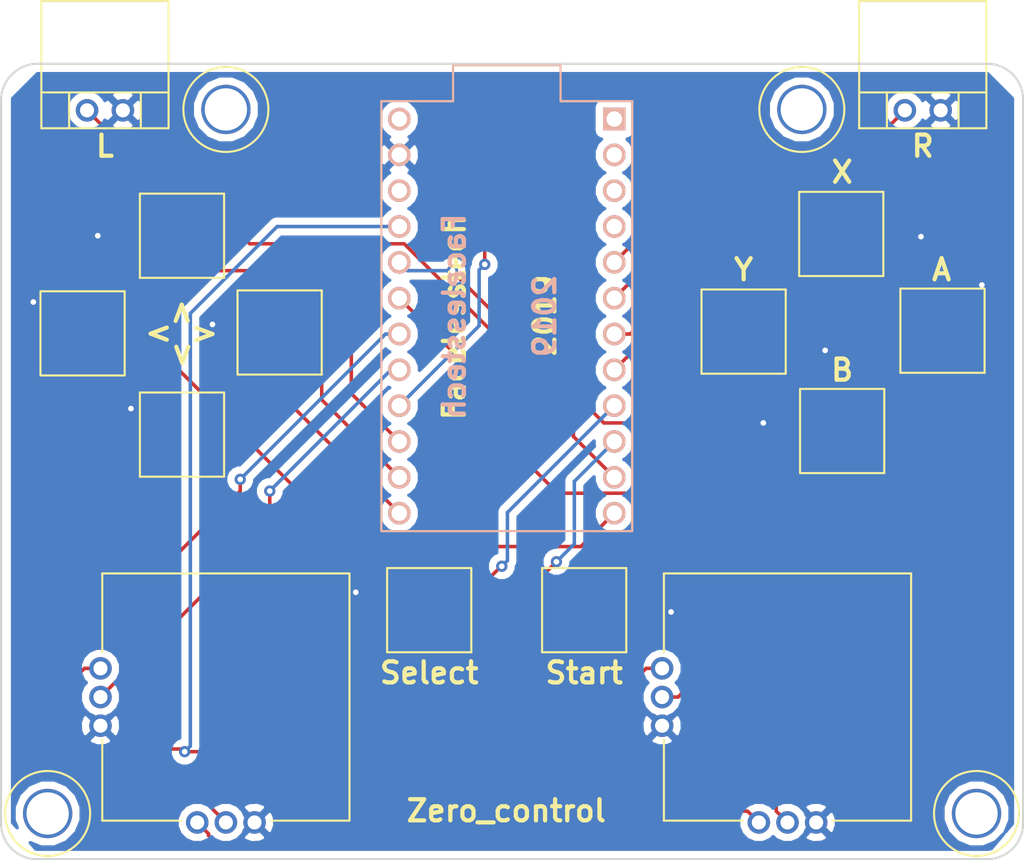
<source format=kicad_pcb>
(kicad_pcb (version 20171130) (host pcbnew 5.0.2+dfsg1-1~bpo9+1)

  (general
    (thickness 1.6)
    (drawings 25)
    (tracks 164)
    (zones 0)
    (modules 19)
    (nets 29)
  )

  (page A4)
  (layers
    (0 F.Cu signal)
    (31 B.Cu signal)
    (32 B.Adhes user)
    (33 F.Adhes user)
    (34 B.Paste user)
    (35 F.Paste user)
    (36 B.SilkS user)
    (37 F.SilkS user)
    (38 B.Mask user)
    (39 F.Mask user)
    (40 Dwgs.User user)
    (41 Cmts.User user)
    (42 Eco1.User user)
    (43 Eco2.User user)
    (44 Edge.Cuts user)
    (45 Margin user)
    (46 B.CrtYd user)
    (47 F.CrtYd user)
    (48 B.Fab user)
    (49 F.Fab user)
  )

  (setup
    (last_trace_width 0.25)
    (trace_clearance 0.2)
    (zone_clearance 0.508)
    (zone_45_only no)
    (trace_min 0.2)
    (segment_width 0.2)
    (edge_width 0.15)
    (via_size 0.8)
    (via_drill 0.4)
    (via_min_size 0.4)
    (via_min_drill 0.3)
    (uvia_size 0.3)
    (uvia_drill 0.1)
    (uvias_allowed no)
    (uvia_min_size 0.2)
    (uvia_min_drill 0.1)
    (pcb_text_width 0.3)
    (pcb_text_size 1.5 1.5)
    (mod_edge_width 0.15)
    (mod_text_size 1 1)
    (mod_text_width 0.15)
    (pad_size 1.524 1.524)
    (pad_drill 0.762)
    (pad_to_mask_clearance 0.051)
    (solder_mask_min_width 0.25)
    (aux_axis_origin 0 0)
    (visible_elements FFFFFF7F)
    (pcbplotparams
      (layerselection 0x010f0_ffffffff)
      (usegerberextensions false)
      (usegerberattributes false)
      (usegerberadvancedattributes false)
      (creategerberjobfile false)
      (excludeedgelayer true)
      (linewidth 0.100000)
      (plotframeref false)
      (viasonmask false)
      (mode 1)
      (useauxorigin false)
      (hpglpennumber 1)
      (hpglpenspeed 20)
      (hpglpendiameter 15.000000)
      (psnegative false)
      (psa4output false)
      (plotreference true)
      (plotvalue true)
      (plotinvisibletext false)
      (padsonsilk false)
      (subtractmaskfromsilk false)
      (outputformat 1)
      (mirror false)
      (drillshape 0)
      (scaleselection 1)
      (outputdirectory "gerbers/"))
  )

  (net 0 "")
  (net 1 "Net-(U1-Pad1)")
  (net 2 "Net-(U1-Pad2)")
  (net 3 "Net-(U1-Pad3)")
  (net 4 "Net-(U1-Pad4)")
  (net 5 "Net-(U1-Pad17)")
  (net 6 "Net-(U1-Pad18)")
  (net 7 "Net-(U1-Pad19)")
  (net 8 "Net-(U1-Pad20)")
  (net 9 "Net-(U1-Pad22)")
  (net 10 "Net-(U1-Pad24)")
  (net 11 "Net-(SW1-Pad1)")
  (net 12 "Net-(SW1-Pad2)")
  (net 13 "Net-(SW2-Pad1)")
  (net 14 "Net-(SW9-Pad1)")
  (net 15 "Net-(SW3-Pad1)")
  (net 16 "Net-(SW4-Pad1)")
  (net 17 "Net-(SW5-Pad1)")
  (net 18 "Net-(SW6-Pad1)")
  (net 19 "Net-(SW7-Pad1)")
  (net 20 "Net-(SW10-Pad1)")
  (net 21 "Net-(SW8-Pad1)")
  (net 22 "Net-(SW11-Pad1)")
  (net 23 "Net-(SW12-Pad1)")
  (net 24 "Net-(U2-Pad1)")
  (net 25 "Net-(U3-Pad1)")
  (net 26 "Net-(U4-Pad1)")
  (net 27 "Net-(U5-Pad1)")
  (net 28 "Net-(U1-Pad21)")

  (net_class Default "This is the default net class."
    (clearance 0.2)
    (trace_width 0.25)
    (via_dia 0.8)
    (via_drill 0.4)
    (uvia_dia 0.3)
    (uvia_drill 0.1)
    (add_net "Net-(SW1-Pad1)")
    (add_net "Net-(SW1-Pad2)")
    (add_net "Net-(SW10-Pad1)")
    (add_net "Net-(SW11-Pad1)")
    (add_net "Net-(SW12-Pad1)")
    (add_net "Net-(SW2-Pad1)")
    (add_net "Net-(SW3-Pad1)")
    (add_net "Net-(SW4-Pad1)")
    (add_net "Net-(SW5-Pad1)")
    (add_net "Net-(SW6-Pad1)")
    (add_net "Net-(SW7-Pad1)")
    (add_net "Net-(SW8-Pad1)")
    (add_net "Net-(SW9-Pad1)")
    (add_net "Net-(U1-Pad1)")
    (add_net "Net-(U1-Pad17)")
    (add_net "Net-(U1-Pad18)")
    (add_net "Net-(U1-Pad19)")
    (add_net "Net-(U1-Pad2)")
    (add_net "Net-(U1-Pad20)")
    (add_net "Net-(U1-Pad21)")
    (add_net "Net-(U1-Pad22)")
    (add_net "Net-(U1-Pad24)")
    (add_net "Net-(U1-Pad3)")
    (add_net "Net-(U1-Pad4)")
    (add_net "Net-(U2-Pad1)")
    (add_net "Net-(U3-Pad1)")
    (add_net "Net-(U4-Pad1)")
    (add_net "Net-(U5-Pad1)")
  )

  (module psp_stick_custom:psp_stick_6pin_custom (layer F.Cu) (tedit 5C681E85) (tstamp 5C6830EC)
    (at 166.1795 109.1565)
    (path /5C6742D4)
    (fp_text reference U7 (at 0 0.5) (layer F.SilkS) hide
      (effects (font (size 1 1) (thickness 0.15)))
    )
    (fp_text value psp_stick_custom (at 0 -2.0828) (layer F.Fab) hide
      (effects (font (size 1 1) (thickness 0.15)))
    )
    (fp_line (start -8.763 -8.763) (end 8.763 -8.763) (layer F.SilkS) (width 0.15))
    (fp_line (start 8.763 -8.763) (end 8.763 8.763) (layer F.SilkS) (width 0.15))
    (fp_line (start 8.763 8.763) (end 3.175 8.763) (layer F.SilkS) (width 0.15))
    (fp_line (start -3.175 8.763) (end -8.763 8.763) (layer F.SilkS) (width 0.15))
    (fp_line (start -8.763 8.763) (end -8.763 3.048) (layer F.SilkS) (width 0.15))
    (fp_line (start -8.763 -3.175) (end -8.763 -8.763) (layer F.SilkS) (width 0.15))
    (fp_text user V (at -10.4902 -2.0066) (layer F.SilkS) hide
      (effects (font (size 1 1) (thickness 0.15)))
    )
    (fp_text user G (at -10.5664 2.1336) (layer F.SilkS) hide
      (effects (font (size 1 1) (thickness 0.15)))
    )
    (fp_text user A (at -10.5664 0.0254) (layer F.SilkS) hide
      (effects (font (size 1 1) (thickness 0.15)))
    )
    (fp_text user V (at -2.0828 10.5156) (layer F.SilkS) hide
      (effects (font (size 1 1) (thickness 0.15)))
    )
    (fp_text user A (at 0.0254 10.541) (layer F.SilkS) hide
      (effects (font (size 1 1) (thickness 0.15)))
    )
    (fp_text user G (at 2.0066 10.541) (layer F.SilkS) hide
      (effects (font (size 1 1) (thickness 0.15)))
    )
    (pad 4 thru_hole circle (at 0 8.89) (size 1.6 1.6) (drill 1) (layers *.Cu *.Mask)
      (net 7 "Net-(U1-Pad19)"))
    (pad 2 thru_hole circle (at -8.89 0) (size 1.6 1.6) (drill 1) (layers *.Cu *.Mask)
      (net 8 "Net-(U1-Pad20)"))
    (pad 3 thru_hole circle (at 2.032 8.89) (size 1.6 1.6) (drill 1) (layers *.Cu *.Mask)
      (net 12 "Net-(SW1-Pad2)"))
    (pad 1 thru_hole circle (at -2.032 8.89) (size 1.6 1.6) (drill 1) (layers *.Cu *.Mask)
      (net 28 "Net-(U1-Pad21)"))
    (pad 1 thru_hole circle (at -8.89 -2.032) (size 1.6 1.6) (drill 1) (layers *.Cu *.Mask)
      (net 28 "Net-(U1-Pad21)"))
    (pad 3 thru_hole circle (at -8.89 2.032) (size 1.6 1.6) (drill 1) (layers *.Cu *.Mask)
      (net 12 "Net-(SW1-Pad2)"))
  )

  (module promicro:ProMicro (layer B.Cu) (tedit 5C1E4096) (tstamp 5C682F2E)
    (at 146.2785 82.1515 270)
    (descr "Pro Micro footprint")
    (tags "promicro ProMicro")
    (path /5C165FCC)
    (fp_text reference U1 (at 0 10.16 270) (layer B.SilkS) hide
      (effects (font (size 1 1) (thickness 0.15)) (justify mirror))
    )
    (fp_text value ProMicro (at 0 -10.16 270) (layer B.Fab) hide
      (effects (font (size 1 1) (thickness 0.15)) (justify mirror))
    )
    (fp_line (start 15.24 8.89) (end 15.24 -8.89) (layer F.SilkS) (width 0.15))
    (fp_line (start 15.24 -8.89) (end -15.24 -8.89) (layer F.SilkS) (width 0.15))
    (fp_line (start -15.24 -8.89) (end -15.24 -3.81) (layer F.SilkS) (width 0.15))
    (fp_line (start -15.24 -3.81) (end -17.78 -3.81) (layer F.SilkS) (width 0.15))
    (fp_line (start -17.78 -3.81) (end -17.78 3.81) (layer F.SilkS) (width 0.15))
    (fp_line (start -17.78 3.81) (end -15.24 3.81) (layer F.SilkS) (width 0.15))
    (fp_line (start -15.24 3.81) (end -15.24 8.89) (layer F.SilkS) (width 0.15))
    (fp_line (start -15.24 8.89) (end 15.24 8.89) (layer F.SilkS) (width 0.15))
    (fp_line (start -15.24 -8.89) (end 15.24 -8.89) (layer B.SilkS) (width 0.15))
    (fp_line (start -15.24 -8.89) (end -15.24 -3.81) (layer B.SilkS) (width 0.15))
    (fp_line (start -15.24 -3.81) (end -17.78 -3.81) (layer B.SilkS) (width 0.15))
    (fp_line (start -17.78 -3.81) (end -17.78 3.81) (layer B.SilkS) (width 0.15))
    (fp_line (start -17.78 3.81) (end -15.24 3.81) (layer B.SilkS) (width 0.15))
    (fp_line (start -15.24 3.81) (end -15.24 8.89) (layer B.SilkS) (width 0.15))
    (fp_line (start -15.24 8.89) (end 15.24 8.89) (layer B.SilkS) (width 0.15))
    (fp_line (start 15.24 8.89) (end 15.24 -8.89) (layer B.SilkS) (width 0.15))
    (pad 1 thru_hole rect (at -13.97 -7.62 270) (size 1.6 1.6) (drill 1.1) (layers *.Cu *.Mask B.SilkS)
      (net 1 "Net-(U1-Pad1)"))
    (pad 2 thru_hole circle (at -11.43 -7.62 270) (size 1.6 1.6) (drill 1.1) (layers *.Cu *.Mask B.SilkS)
      (net 2 "Net-(U1-Pad2)"))
    (pad 3 thru_hole circle (at -8.89 -7.62 270) (size 1.6 1.6) (drill 1.1) (layers *.Cu *.Mask B.SilkS)
      (net 3 "Net-(U1-Pad3)"))
    (pad 4 thru_hole circle (at -6.35 -7.62 270) (size 1.6 1.6) (drill 1.1) (layers *.Cu *.Mask B.SilkS)
      (net 4 "Net-(U1-Pad4)"))
    (pad 5 thru_hole circle (at -3.81 -7.62 270) (size 1.6 1.6) (drill 1.1) (layers *.Cu *.Mask B.SilkS)
      (net 13 "Net-(SW2-Pad1)"))
    (pad 6 thru_hole circle (at -1.27 -7.62 270) (size 1.6 1.6) (drill 1.1) (layers *.Cu *.Mask B.SilkS)
      (net 14 "Net-(SW9-Pad1)"))
    (pad 7 thru_hole circle (at 1.27 -7.62 270) (size 1.6 1.6) (drill 1.1) (layers *.Cu *.Mask B.SilkS)
      (net 15 "Net-(SW3-Pad1)"))
    (pad 8 thru_hole circle (at 3.81 -7.62 270) (size 1.6 1.6) (drill 1.1) (layers *.Cu *.Mask B.SilkS)
      (net 11 "Net-(SW1-Pad1)"))
    (pad 9 thru_hole circle (at 6.35 -7.62 270) (size 1.6 1.6) (drill 1.1) (layers *.Cu *.Mask B.SilkS)
      (net 16 "Net-(SW4-Pad1)"))
    (pad 10 thru_hole circle (at 8.89 -7.62 270) (size 1.6 1.6) (drill 1.1) (layers *.Cu *.Mask B.SilkS)
      (net 17 "Net-(SW5-Pad1)"))
    (pad 11 thru_hole circle (at 11.43 -7.62 270) (size 1.6 1.6) (drill 1.1) (layers *.Cu *.Mask B.SilkS)
      (net 18 "Net-(SW6-Pad1)"))
    (pad 12 thru_hole circle (at 13.97 -7.62 270) (size 1.6 1.6) (drill 1.1) (layers *.Cu *.Mask B.SilkS)
      (net 19 "Net-(SW7-Pad1)"))
    (pad 13 thru_hole circle (at 13.97 7.62 270) (size 1.6 1.6) (drill 1.1) (layers *.Cu *.Mask B.SilkS)
      (net 20 "Net-(SW10-Pad1)"))
    (pad 14 thru_hole circle (at 11.43 7.62 270) (size 1.6 1.6) (drill 1.1) (layers *.Cu *.Mask B.SilkS)
      (net 21 "Net-(SW8-Pad1)"))
    (pad 15 thru_hole circle (at 8.89 7.62 270) (size 1.6 1.6) (drill 1.1) (layers *.Cu *.Mask B.SilkS)
      (net 22 "Net-(SW11-Pad1)"))
    (pad 16 thru_hole circle (at 6.35 7.62 270) (size 1.6 1.6) (drill 1.1) (layers *.Cu *.Mask B.SilkS)
      (net 23 "Net-(SW12-Pad1)"))
    (pad 17 thru_hole circle (at 3.81 7.62 270) (size 1.6 1.6) (drill 1.1) (layers *.Cu *.Mask B.SilkS)
      (net 5 "Net-(U1-Pad17)"))
    (pad 18 thru_hole circle (at 1.27 7.62 270) (size 1.6 1.6) (drill 1.1) (layers *.Cu *.Mask B.SilkS)
      (net 6 "Net-(U1-Pad18)"))
    (pad 19 thru_hole circle (at -1.27 7.62 270) (size 1.6 1.6) (drill 1.1) (layers *.Cu *.Mask B.SilkS)
      (net 7 "Net-(U1-Pad19)"))
    (pad 20 thru_hole circle (at -3.81 7.62 270) (size 1.6 1.6) (drill 1.1) (layers *.Cu *.Mask B.SilkS)
      (net 8 "Net-(U1-Pad20)"))
    (pad 21 thru_hole circle (at -6.35 7.62 270) (size 1.6 1.6) (drill 1.1) (layers *.Cu *.Mask B.SilkS)
      (net 28 "Net-(U1-Pad21)"))
    (pad 22 thru_hole circle (at -8.89 7.62 270) (size 1.6 1.6) (drill 1.1) (layers *.Cu *.Mask B.SilkS)
      (net 9 "Net-(U1-Pad22)"))
    (pad 23 thru_hole circle (at -11.43 7.62 270) (size 1.6 1.6) (drill 1.1) (layers *.Cu *.Mask B.SilkS)
      (net 12 "Net-(SW1-Pad2)"))
    (pad 24 thru_hole circle (at -13.97 7.62 270) (size 1.6 1.6) (drill 1.1) (layers *.Cu *.Mask B.SilkS)
      (net 10 "Net-(U1-Pad24)"))
  )

  (module buttons_custom:smd_soft_custom (layer F.Cu) (tedit 5C1E4083) (tstamp 5C1E3FE9)
    (at 177.165 83.185 180)
    (path /5C166618)
    (fp_text reference SW9 (at 0 6.0325 180) (layer F.SilkS) hide
      (effects (font (size 1 1) (thickness 0.15)))
    )
    (fp_text value SW_Push (at 0 -4.826 180) (layer F.Fab) hide
      (effects (font (size 1 1) (thickness 0.15)))
    )
    (fp_line (start -2.9845 -2.9845) (end 2.9845 -2.9845) (layer F.SilkS) (width 0.15))
    (fp_line (start 2.9845 -2.9845) (end 2.9845 2.9845) (layer F.SilkS) (width 0.15))
    (fp_line (start 2.9845 2.9845) (end -2.9845 2.9845) (layer F.SilkS) (width 0.15))
    (fp_line (start -2.9845 2.9845) (end -2.9845 -2.9845) (layer F.SilkS) (width 0.15))
    (pad 1 smd rect (at 2.9845 0 270) (size 1.5 2) (layers F.Cu F.Paste F.Mask)
      (net 14 "Net-(SW9-Pad1)"))
    (pad 2 smd rect (at -2.9845 0 270) (size 1.5 2) (layers F.Cu F.Paste F.Mask)
      (net 12 "Net-(SW1-Pad2)"))
  )

  (module buttons_custom:smd_soft_custom (layer F.Cu) (tedit 5C1E4088) (tstamp 5C682FFC)
    (at 163.068 83.2485 180)
    (path /5C1661C1)
    (fp_text reference SW1 (at 0 6.0325 180) (layer F.SilkS) hide
      (effects (font (size 1 1) (thickness 0.15)))
    )
    (fp_text value SW_Push (at 0 -4.826 180) (layer F.Fab) hide
      (effects (font (size 1 1) (thickness 0.15)))
    )
    (fp_line (start -2.9845 2.9845) (end -2.9845 -2.9845) (layer F.SilkS) (width 0.15))
    (fp_line (start 2.9845 2.9845) (end -2.9845 2.9845) (layer F.SilkS) (width 0.15))
    (fp_line (start 2.9845 -2.9845) (end 2.9845 2.9845) (layer F.SilkS) (width 0.15))
    (fp_line (start -2.9845 -2.9845) (end 2.9845 -2.9845) (layer F.SilkS) (width 0.15))
    (pad 2 smd rect (at -2.9845 0 270) (size 1.5 2) (layers F.Cu F.Paste F.Mask)
      (net 12 "Net-(SW1-Pad2)"))
    (pad 1 smd rect (at 2.9845 0 270) (size 1.5 2) (layers F.Cu F.Paste F.Mask)
      (net 11 "Net-(SW1-Pad1)"))
  )

  (module buttons_custom:smd_soft_custom (layer F.Cu) (tedit 5C1E4077) (tstamp 5C1D4395)
    (at 169.9895 76.327 180)
    (path /5C1665E0)
    (fp_text reference SW2 (at 0 6.0325 180) (layer F.SilkS) hide
      (effects (font (size 1 1) (thickness 0.15)))
    )
    (fp_text value SW_Push (at 0 -4.826 180) (layer F.Fab) hide
      (effects (font (size 1 1) (thickness 0.15)))
    )
    (fp_line (start -2.9845 -2.9845) (end 2.9845 -2.9845) (layer F.SilkS) (width 0.15))
    (fp_line (start 2.9845 -2.9845) (end 2.9845 2.9845) (layer F.SilkS) (width 0.15))
    (fp_line (start 2.9845 2.9845) (end -2.9845 2.9845) (layer F.SilkS) (width 0.15))
    (fp_line (start -2.9845 2.9845) (end -2.9845 -2.9845) (layer F.SilkS) (width 0.15))
    (pad 1 smd rect (at 2.9845 0 270) (size 1.5 2) (layers F.Cu F.Paste F.Mask)
      (net 13 "Net-(SW2-Pad1)"))
    (pad 2 smd rect (at -2.9845 0 270) (size 1.5 2) (layers F.Cu F.Paste F.Mask)
      (net 12 "Net-(SW1-Pad2)"))
  )

  (module buttons_custom:smd_soft_custom (layer F.Cu) (tedit 5C1E408E) (tstamp 5C1D43B0)
    (at 170.053 90.297)
    (path /5C16612D)
    (fp_text reference SW3 (at 0 6.0325 90) (layer F.SilkS) hide
      (effects (font (size 1 1) (thickness 0.15)))
    )
    (fp_text value SW_Push (at 0 -4.826) (layer F.Fab) hide
      (effects (font (size 1 1) (thickness 0.15)))
    )
    (fp_line (start -2.9845 -2.9845) (end 2.9845 -2.9845) (layer F.SilkS) (width 0.15))
    (fp_line (start 2.9845 -2.9845) (end 2.9845 2.9845) (layer F.SilkS) (width 0.15))
    (fp_line (start 2.9845 2.9845) (end -2.9845 2.9845) (layer F.SilkS) (width 0.15))
    (fp_line (start -2.9845 2.9845) (end -2.9845 -2.9845) (layer F.SilkS) (width 0.15))
    (pad 1 smd rect (at 2.9845 0 90) (size 1.5 2) (layers F.Cu F.Paste F.Mask)
      (net 15 "Net-(SW3-Pad1)"))
    (pad 2 smd rect (at -2.9845 0 90) (size 1.5 2) (layers F.Cu F.Paste F.Mask)
      (net 12 "Net-(SW1-Pad2)"))
  )

  (module buttons_custom:smd_soft_custom (layer F.Cu) (tedit 5C1E424B) (tstamp 5C681E95)
    (at 140.7795 102.997)
    (path /5C16624F)
    (fp_text reference SW4 (at 0 6.0325) (layer F.SilkS) hide
      (effects (font (size 1 1) (thickness 0.15)))
    )
    (fp_text value SW_Push (at 0 -4.826) (layer F.Fab) hide
      (effects (font (size 1 1) (thickness 0.15)))
    )
    (fp_line (start -2.9845 -2.9845) (end 2.9845 -2.9845) (layer F.SilkS) (width 0.15))
    (fp_line (start 2.9845 -2.9845) (end 2.9845 2.9845) (layer F.SilkS) (width 0.15))
    (fp_line (start 2.9845 2.9845) (end -2.9845 2.9845) (layer F.SilkS) (width 0.15))
    (fp_line (start -2.9845 2.9845) (end -2.9845 -2.9845) (layer F.SilkS) (width 0.15))
    (pad 1 smd rect (at 2.9845 0 90) (size 1.5 2) (layers F.Cu F.Paste F.Mask)
      (net 16 "Net-(SW4-Pad1)"))
    (pad 2 smd rect (at -2.9845 0 90) (size 1.5 2) (layers F.Cu F.Paste F.Mask)
      (net 12 "Net-(SW1-Pad2)"))
  )

  (module buttons_custom:smd_soft_custom (layer F.Cu) (tedit 5C1E40A0) (tstamp 5C681C0C)
    (at 151.765 102.997 180)
    (path /5C16628D)
    (fp_text reference SW5 (at 0 6.0325 180) (layer F.SilkS) hide
      (effects (font (size 1 1) (thickness 0.15)))
    )
    (fp_text value SW_Push (at 0 -4.826 180) (layer F.Fab) hide
      (effects (font (size 1 1) (thickness 0.15)))
    )
    (fp_line (start -2.9845 2.9845) (end -2.9845 -2.9845) (layer F.SilkS) (width 0.15))
    (fp_line (start 2.9845 2.9845) (end -2.9845 2.9845) (layer F.SilkS) (width 0.15))
    (fp_line (start 2.9845 -2.9845) (end 2.9845 2.9845) (layer F.SilkS) (width 0.15))
    (fp_line (start -2.9845 -2.9845) (end 2.9845 -2.9845) (layer F.SilkS) (width 0.15))
    (pad 2 smd rect (at -2.9845 0 270) (size 1.5 2) (layers F.Cu F.Paste F.Mask)
      (net 12 "Net-(SW1-Pad2)"))
    (pad 1 smd rect (at 2.9845 0 270) (size 1.5 2) (layers F.Cu F.Paste F.Mask)
      (net 17 "Net-(SW5-Pad1)"))
  )

  (module buttons_custom:smd_soft_custom (layer F.Cu) (tedit 5C1E422C) (tstamp 5C22ACE9)
    (at 123.2535 76.454)
    (path /5C166328)
    (fp_text reference SW6 (at 0 6.0325) (layer F.SilkS) hide
      (effects (font (size 1 1) (thickness 0.15)))
    )
    (fp_text value SW_Push (at 0 -4.826) (layer F.Fab) hide
      (effects (font (size 1 1) (thickness 0.15)))
    )
    (fp_line (start -2.9845 -2.9845) (end 2.9845 -2.9845) (layer F.SilkS) (width 0.15))
    (fp_line (start 2.9845 -2.9845) (end 2.9845 2.9845) (layer F.SilkS) (width 0.15))
    (fp_line (start 2.9845 2.9845) (end -2.9845 2.9845) (layer F.SilkS) (width 0.15))
    (fp_line (start -2.9845 2.9845) (end -2.9845 -2.9845) (layer F.SilkS) (width 0.15))
    (pad 1 smd rect (at 2.9845 0 90) (size 1.5 2) (layers F.Cu F.Paste F.Mask)
      (net 18 "Net-(SW6-Pad1)"))
    (pad 2 smd rect (at -2.9845 0 90) (size 1.5 2) (layers F.Cu F.Paste F.Mask)
      (net 12 "Net-(SW1-Pad2)"))
  )

  (module buttons_custom:smd_soft_custom (layer F.Cu) (tedit 5C1E4244) (tstamp 5C22AB6D)
    (at 123.2535 90.551)
    (path /5C166398)
    (fp_text reference SW7 (at 0 6.0325) (layer F.SilkS) hide
      (effects (font (size 1 1) (thickness 0.15)))
    )
    (fp_text value SW_Push (at 0 -4.826) (layer F.Fab) hide
      (effects (font (size 1 1) (thickness 0.15)))
    )
    (fp_line (start -2.9845 2.9845) (end -2.9845 -2.9845) (layer F.SilkS) (width 0.15))
    (fp_line (start 2.9845 2.9845) (end -2.9845 2.9845) (layer F.SilkS) (width 0.15))
    (fp_line (start 2.9845 -2.9845) (end 2.9845 2.9845) (layer F.SilkS) (width 0.15))
    (fp_line (start -2.9845 -2.9845) (end 2.9845 -2.9845) (layer F.SilkS) (width 0.15))
    (pad 2 smd rect (at -2.9845 0 90) (size 1.5 2) (layers F.Cu F.Paste F.Mask)
      (net 12 "Net-(SW1-Pad2)"))
    (pad 1 smd rect (at 2.9845 0 90) (size 1.5 2) (layers F.Cu F.Paste F.Mask)
      (net 19 "Net-(SW7-Pad1)"))
  )

  (module buttons_custom:smd_soft_custom (layer F.Cu) (tedit 5C1E4239) (tstamp 5C682FA0)
    (at 130.175 83.312)
    (path /5C1663D6)
    (fp_text reference SW8 (at 0 6.0325) (layer F.SilkS) hide
      (effects (font (size 1 1) (thickness 0.15)))
    )
    (fp_text value SW_Push (at 0 -4.826) (layer F.Fab) hide
      (effects (font (size 1 1) (thickness 0.15)))
    )
    (fp_line (start -2.9845 -2.9845) (end 2.9845 -2.9845) (layer F.SilkS) (width 0.15))
    (fp_line (start 2.9845 -2.9845) (end 2.9845 2.9845) (layer F.SilkS) (width 0.15))
    (fp_line (start 2.9845 2.9845) (end -2.9845 2.9845) (layer F.SilkS) (width 0.15))
    (fp_line (start -2.9845 2.9845) (end -2.9845 -2.9845) (layer F.SilkS) (width 0.15))
    (pad 1 smd rect (at 2.9845 0 90) (size 1.5 2) (layers F.Cu F.Paste F.Mask)
      (net 21 "Net-(SW8-Pad1)"))
    (pad 2 smd rect (at -2.9845 0 90) (size 1.5 2) (layers F.Cu F.Paste F.Mask)
      (net 12 "Net-(SW1-Pad2)"))
  )

  (module buttons_custom:smd_soft_custom (layer F.Cu) (tedit 5C1E423C) (tstamp 5C22AB8B)
    (at 116.205 83.3755)
    (path /5C166436)
    (fp_text reference SW10 (at 0 6.0325) (layer F.SilkS) hide
      (effects (font (size 1 1) (thickness 0.15)))
    )
    (fp_text value SW_Push (at 0 -4.826) (layer F.Fab) hide
      (effects (font (size 1 1) (thickness 0.15)))
    )
    (fp_line (start -2.9845 2.9845) (end -2.9845 -2.9845) (layer F.SilkS) (width 0.15))
    (fp_line (start 2.9845 2.9845) (end -2.9845 2.9845) (layer F.SilkS) (width 0.15))
    (fp_line (start 2.9845 -2.9845) (end 2.9845 2.9845) (layer F.SilkS) (width 0.15))
    (fp_line (start -2.9845 -2.9845) (end 2.9845 -2.9845) (layer F.SilkS) (width 0.15))
    (pad 2 smd rect (at -2.9845 0 90) (size 1.5 2) (layers F.Cu F.Paste F.Mask)
      (net 12 "Net-(SW1-Pad2)"))
    (pad 1 smd rect (at 2.9845 0 90) (size 1.5 2) (layers F.Cu F.Paste F.Mask)
      (net 20 "Net-(SW10-Pad1)"))
  )

  (module psp_stick_custom:psp_stick_6pin_custom (layer F.Cu) (tedit 5C681EA5) (tstamp 5C68304E)
    (at 126.365 109.1565)
    (path /5C67426E)
    (fp_text reference U6 (at 0 0.5) (layer F.SilkS) hide
      (effects (font (size 1 1) (thickness 0.15)))
    )
    (fp_text value psp_stick_custom (at 0 -2.0828) (layer F.Fab) hide
      (effects (font (size 1 1) (thickness 0.15)))
    )
    (fp_text user G (at 2.0066 10.541) (layer F.SilkS) hide
      (effects (font (size 1 1) (thickness 0.15)))
    )
    (fp_text user A (at 0.0254 10.541) (layer F.SilkS) hide
      (effects (font (size 1 1) (thickness 0.15)))
    )
    (fp_text user V (at -2.0828 10.5156) (layer F.SilkS) hide
      (effects (font (size 1 1) (thickness 0.15)))
    )
    (fp_text user A (at -10.5664 0.0254) (layer F.SilkS) hide
      (effects (font (size 1 1) (thickness 0.15)))
    )
    (fp_text user G (at -10.5664 2.1336) (layer F.SilkS) hide
      (effects (font (size 1 1) (thickness 0.15)))
    )
    (fp_text user V (at -10.4902 -2.0066) (layer F.SilkS) hide
      (effects (font (size 1 1) (thickness 0.15)))
    )
    (fp_line (start -8.763 -3.175) (end -8.763 -8.763) (layer F.SilkS) (width 0.15))
    (fp_line (start -8.763 8.763) (end -8.763 3.048) (layer F.SilkS) (width 0.15))
    (fp_line (start -3.175 8.763) (end -8.763 8.763) (layer F.SilkS) (width 0.15))
    (fp_line (start 8.763 8.763) (end 3.175 8.763) (layer F.SilkS) (width 0.15))
    (fp_line (start 8.763 -8.763) (end 8.763 8.763) (layer F.SilkS) (width 0.15))
    (fp_line (start -8.763 -8.763) (end 8.763 -8.763) (layer F.SilkS) (width 0.15))
    (pad 3 thru_hole circle (at -8.89 2.032) (size 1.6 1.6) (drill 1) (layers *.Cu *.Mask)
      (net 12 "Net-(SW1-Pad2)"))
    (pad 1 thru_hole circle (at -8.89 -2.032) (size 1.6 1.6) (drill 1) (layers *.Cu *.Mask)
      (net 28 "Net-(U1-Pad21)"))
    (pad 1 thru_hole circle (at -2.032 8.89) (size 1.6 1.6) (drill 1) (layers *.Cu *.Mask)
      (net 28 "Net-(U1-Pad21)"))
    (pad 3 thru_hole circle (at 2.032 8.89) (size 1.6 1.6) (drill 1) (layers *.Cu *.Mask)
      (net 12 "Net-(SW1-Pad2)"))
    (pad 2 thru_hole circle (at -8.89 0) (size 1.6 1.6) (drill 1) (layers *.Cu *.Mask)
      (net 5 "Net-(U1-Pad17)"))
    (pad 4 thru_hole circle (at 0 8.89) (size 1.6 1.6) (drill 1) (layers *.Cu *.Mask)
      (net 6 "Net-(U1-Pad18)"))
  )

  (module m3_hole_custom:m3_hole_custom (layer F.Cu) (tedit 5C681E4B) (tstamp 5C6830A2)
    (at 113.7285 117.4115)
    (path /5C1C0276)
    (fp_text reference U3 (at 0 2.921) (layer F.SilkS) hide
      (effects (font (size 1 1) (thickness 0.15)))
    )
    (fp_text value m3_standsoffs (at 0 -2.921) (layer F.Fab) hide
      (effects (font (size 1 1) (thickness 0.15)))
    )
    (fp_circle (center 0 0) (end 2.8575 0.9525) (layer F.SilkS) (width 0.15))
    (pad 1 thru_hole circle (at 0 0) (size 3.5 3.5) (drill 3) (layers *.Cu *.Mask)
      (net 25 "Net-(U3-Pad1)"))
  )

  (module m3_hole_custom:m3_hole_custom (layer F.Cu) (tedit 5C681E40) (tstamp 5C682DB6)
    (at 179.578 117.4115)
    (path /5C1C02E0)
    (fp_text reference U5 (at 0 2.921) (layer F.SilkS) hide
      (effects (font (size 1 1) (thickness 0.15)))
    )
    (fp_text value m3_standsoffs (at 0 -2.921) (layer F.Fab) hide
      (effects (font (size 1 1) (thickness 0.15)))
    )
    (fp_circle (center 0 0) (end 2.8575 0.9525) (layer F.SilkS) (width 0.15))
    (pad 1 thru_hole circle (at 0 0) (size 3.5 3.5) (drill 3) (layers *.Cu *.Mask)
      (net 27 "Net-(U5-Pad1)"))
  )

  (module m3_hole_custom:m3_hole_custom (layer F.Cu) (tedit 5C681D89) (tstamp 5C6814F1)
    (at 167.1955 67.5005)
    (path /5C1C02AA)
    (fp_text reference U4 (at 0 2.921) (layer F.SilkS) hide
      (effects (font (size 1 1) (thickness 0.15)))
    )
    (fp_text value m3_standsoffs (at 0 -2.921) (layer F.Fab) hide
      (effects (font (size 1 1) (thickness 0.15)))
    )
    (fp_circle (center 0 0) (end 2.8575 0.9525) (layer F.SilkS) (width 0.15))
    (pad 1 thru_hole circle (at 0 0) (size 3.5 3.5) (drill 3) (layers *.Cu *.Mask)
      (net 26 "Net-(U4-Pad1)"))
  )

  (module m3_hole_custom:m3_hole_custom (layer F.Cu) (tedit 5C681D42) (tstamp 5C6822CD)
    (at 126.365 67.5005)
    (path /5C1C01C4)
    (fp_text reference U2 (at 0 2.921) (layer F.SilkS) hide
      (effects (font (size 1 1) (thickness 0.15)))
    )
    (fp_text value m3_standsoffs (at 0 -2.921) (layer F.Fab) hide
      (effects (font (size 1 1) (thickness 0.15)))
    )
    (fp_circle (center 0 0) (end 2.8575 0.9525) (layer F.SilkS) (width 0.15))
    (pad 1 thru_hole circle (at 0 0) (size 3.5 3.5) (drill 3) (layers *.Cu *.Mask)
      (net 24 "Net-(U2-Pad1)"))
  )

  (module buttons_custom:right_angle_2_pin (layer F.Cu) (tedit 5C1FA20E) (tstamp 5C74B478)
    (at 117.7925 67.564)
    (path /5C166548)
    (fp_text reference SW11 (at 0 2.286) (layer F.SilkS) hide
      (effects (font (size 1 1) (thickness 0.15)))
    )
    (fp_text value SW_Push (at 0 -9.652) (layer F.Fab) hide
      (effects (font (size 1 1) (thickness 0.15)))
    )
    (fp_line (start -2.54 -1.27) (end -2.54 1.27) (layer F.SilkS) (width 0.15))
    (fp_line (start -2.54 0) (end -2.54 -1.27) (layer F.SilkS) (width 0.15))
    (fp_line (start 2.54 0) (end 2.54 -1.27) (layer F.SilkS) (width 0.15))
    (fp_line (start 2.54 0) (end 2.54 1.27) (layer F.SilkS) (width 0.15))
    (fp_line (start 0 -1.27) (end 4.5085 -1.27) (layer F.SilkS) (width 0.15))
    (fp_line (start 0 -1.27) (end -4.5085 -1.27) (layer F.SilkS) (width 0.15))
    (fp_line (start -4.5085 1.27) (end 0 1.27) (layer F.SilkS) (width 0.15))
    (fp_line (start -4.5085 -7.747) (end -4.5085 1.27) (layer F.SilkS) (width 0.15))
    (fp_line (start 4.5085 -7.747) (end -4.5085 -7.747) (layer F.SilkS) (width 0.15))
    (fp_line (start 4.5085 1.27) (end 4.5085 -7.747) (layer F.SilkS) (width 0.15))
    (fp_line (start 0 1.27) (end 4.5085 1.27) (layer F.SilkS) (width 0.15))
    (pad 1 thru_hole circle (at -1.27 0) (size 1.6 1.6) (drill 1) (layers *.Cu *.Mask)
      (net 22 "Net-(SW11-Pad1)"))
    (pad 2 thru_hole circle (at 1.27 0) (size 1.6 1.6) (drill 1) (layers *.Cu *.Mask)
      (net 12 "Net-(SW1-Pad2)"))
  )

  (module buttons_custom:right_angle_2_pin (layer F.Cu) (tedit 5C1FA20E) (tstamp 5C74B489)
    (at 175.768 67.564)
    (path /5C166586)
    (fp_text reference SW12 (at 0 2.286) (layer F.SilkS) hide
      (effects (font (size 1 1) (thickness 0.15)))
    )
    (fp_text value SW_Push (at 0 -9.652) (layer F.Fab) hide
      (effects (font (size 1 1) (thickness 0.15)))
    )
    (fp_line (start 0 1.27) (end 4.5085 1.27) (layer F.SilkS) (width 0.15))
    (fp_line (start 4.5085 1.27) (end 4.5085 -7.747) (layer F.SilkS) (width 0.15))
    (fp_line (start 4.5085 -7.747) (end -4.5085 -7.747) (layer F.SilkS) (width 0.15))
    (fp_line (start -4.5085 -7.747) (end -4.5085 1.27) (layer F.SilkS) (width 0.15))
    (fp_line (start -4.5085 1.27) (end 0 1.27) (layer F.SilkS) (width 0.15))
    (fp_line (start 0 -1.27) (end -4.5085 -1.27) (layer F.SilkS) (width 0.15))
    (fp_line (start 0 -1.27) (end 4.5085 -1.27) (layer F.SilkS) (width 0.15))
    (fp_line (start 2.54 0) (end 2.54 1.27) (layer F.SilkS) (width 0.15))
    (fp_line (start 2.54 0) (end 2.54 -1.27) (layer F.SilkS) (width 0.15))
    (fp_line (start -2.54 0) (end -2.54 -1.27) (layer F.SilkS) (width 0.15))
    (fp_line (start -2.54 -1.27) (end -2.54 1.27) (layer F.SilkS) (width 0.15))
    (pad 2 thru_hole circle (at 1.27 0) (size 1.6 1.6) (drill 1) (layers *.Cu *.Mask)
      (net 12 "Net-(SW1-Pad2)"))
    (pad 1 thru_hole circle (at -1.27 0) (size 1.6 1.6) (drill 1) (layers *.Cu *.Mask)
      (net 23 "Net-(SW12-Pad1)"))
  )

  (gr_line (start 112.9665 120.65) (end 180.34 120.65) (layer Edge.Cuts) (width 0.15))
  (gr_line (start 110.4265 118.11) (end 110.4265 66.8655) (layer Edge.Cuts) (width 0.15) (tstamp 5C682D14))
  (gr_line (start 182.88 118.11) (end 182.88 66.802) (layer Edge.Cuts) (width 0.15) (tstamp 5C683124))
  (gr_text > (at 121.6025 83.5025 180) (layer F.SilkS) (tstamp 5C1E42C3)
    (effects (font (size 1.5 1.5) (thickness 0.3)))
  )
  (gr_text Zero_control (at 146.2405 117.221) (layer F.SilkS)
    (effects (font (size 1.5 1.5) (thickness 0.3)))
  )
  (gr_text 2019 (at 148.971 82.1055 90) (layer F.SilkS)
    (effects (font (size 1.5 1.5) (thickness 0.3)))
  )
  (gr_text 2019 (at 148.971 82.169 90) (layer B.SilkS)
    (effects (font (size 1.5 1.5) (thickness 0.3)) (justify mirror))
  )
  (gr_text Facelesstech (at 142.5575 82.169 90) (layer B.SilkS)
    (effects (font (size 1.5 1.5) (thickness 0.3)) (justify mirror))
  )
  (gr_text Facelesstech (at 142.5575 82.2325 90) (layer F.SilkS)
    (effects (font (size 1.5 1.5) (thickness 0.3)))
  )
  (gr_text L (at 117.7925 70.104) (layer F.SilkS)
    (effects (font (size 1.5 1.5) (thickness 0.3)))
  )
  (gr_text Select (at 140.7795 107.442) (layer F.SilkS)
    (effects (font (size 1.5 1.5) (thickness 0.3)))
  )
  (gr_text > (at 123.3805 84.8995 270) (layer F.SilkS) (tstamp 5C1E42CA)
    (effects (font (size 1.5 1.5) (thickness 0.3)))
  )
  (gr_text > (at 124.841 83.312) (layer F.SilkS) (tstamp 5C1E42C6)
    (effects (font (size 1.5 1.5) (thickness 0.3)))
  )
  (gr_text > (at 123.1265 81.915 90) (layer F.SilkS) (tstamp 5C1E42B4)
    (effects (font (size 1.5 1.5) (thickness 0.3)))
  )
  (gr_text R (at 175.768 70.104) (layer F.SilkS) (tstamp 5C74B608)
    (effects (font (size 1.5 1.5) (thickness 0.3)))
  )
  (gr_text Start (at 151.765 107.442) (layer F.SilkS) (tstamp 5C68229C)
    (effects (font (size 1.5 1.5) (thickness 0.3)))
  )
  (gr_text Y (at 163.068 78.867) (layer F.SilkS)
    (effects (font (size 1.5 1.5) (thickness 0.3)))
  )
  (gr_text X (at 170.053 71.9455) (layer F.SilkS)
    (effects (font (size 1.5 1.5) (thickness 0.3)))
  )
  (gr_text B (at 170.053 85.979) (layer F.SilkS)
    (effects (font (size 1.5 1.5) (thickness 0.3)))
  )
  (gr_text A (at 177.1015 78.867) (layer F.SilkS)
    (effects (font (size 1.5 1.5) (thickness 0.3)))
  )
  (gr_arc (start 113.03 66.8655) (end 113.03 64.262) (angle -90) (layer Edge.Cuts) (width 0.15))
  (gr_arc (start 180.34 66.802) (end 182.88 66.802) (angle -90) (layer Edge.Cuts) (width 0.15))
  (gr_arc (start 112.9665 118.11) (end 110.4265 118.11) (angle -90) (layer Edge.Cuts) (width 0.15))
  (gr_arc (start 180.34 118.11) (end 180.34 120.65) (angle -90) (layer Edge.Cuts) (width 0.15))
  (gr_line (start 180.34 64.262) (end 113.03 64.262) (layer Edge.Cuts) (width 0.15))

  (via (at 129.4765 94.5515) (size 0.8) (drill 0.4) (layers F.Cu B.Cu) (net 5))
  (segment (start 129.4765 97.155) (end 129.4765 94.5515) (width 0.25) (layer F.Cu) (net 5))
  (segment (start 117.475 109.1565) (end 129.4765 97.155) (width 0.25) (layer F.Cu) (net 5))
  (segment (start 138.0665 85.9615) (end 138.6585 85.9615) (width 0.25) (layer B.Cu) (net 5))
  (segment (start 129.4765 94.5515) (end 138.0665 85.9615) (width 0.25) (layer B.Cu) (net 5))
  (segment (start 122.9995 114.681) (end 117.2845 114.681) (width 0.25) (layer F.Cu) (net 6))
  (segment (start 126.365 118.0465) (end 122.9995 114.681) (width 0.25) (layer F.Cu) (net 6))
  (segment (start 117.2845 114.681) (end 115.2525 112.649) (width 0.25) (layer F.Cu) (net 6))
  (segment (start 115.2525 112.649) (end 115.2525 106.68) (width 0.25) (layer F.Cu) (net 6))
  (segment (start 127.381 94.5515) (end 127.381 93.726) (width 0.25) (layer F.Cu) (net 6))
  (via (at 127.381 93.726) (size 0.8) (drill 0.4) (layers F.Cu B.Cu) (net 6))
  (segment (start 115.2525 106.68) (end 127.381 94.5515) (width 0.25) (layer F.Cu) (net 6))
  (segment (start 137.6855 83.4215) (end 138.6585 83.4215) (width 0.25) (layer B.Cu) (net 6))
  (segment (start 127.381 93.726) (end 137.6855 83.4215) (width 0.25) (layer B.Cu) (net 6))
  (segment (start 165.379501 117.246501) (end 165.379501 116.357501) (width 0.25) (layer F.Cu) (net 7))
  (segment (start 166.1795 118.0465) (end 165.379501 117.246501) (width 0.25) (layer F.Cu) (net 7))
  (segment (start 165.379501 116.357501) (end 163.7665 114.7445) (width 0.25) (layer F.Cu) (net 7))
  (segment (start 163.7665 114.7445) (end 153.67 114.7445) (width 0.25) (layer F.Cu) (net 7))
  (segment (start 153.67 114.7445) (end 151.8285 112.903) (width 0.25) (layer F.Cu) (net 7))
  (segment (start 151.8285 103.582998) (end 156.478498 98.933) (width 0.25) (layer F.Cu) (net 7))
  (segment (start 151.8285 112.903) (end 151.8285 103.582998) (width 0.25) (layer F.Cu) (net 7))
  (segment (start 156.478498 98.933) (end 156.478498 96.407498) (width 0.25) (layer F.Cu) (net 7))
  (segment (start 154.777501 94.706501) (end 149.888001 94.706501) (width 0.25) (layer F.Cu) (net 7))
  (segment (start 156.478498 96.407498) (end 154.777501 94.706501) (width 0.25) (layer F.Cu) (net 7))
  (segment (start 149.888001 94.706501) (end 143.383 88.2015) (width 0.25) (layer F.Cu) (net 7))
  (segment (start 143.383 85.606) (end 138.6585 80.8815) (width 0.25) (layer F.Cu) (net 7))
  (segment (start 143.383 88.2015) (end 143.383 85.606) (width 0.25) (layer F.Cu) (net 7))
  (segment (start 158.42087 109.1565) (end 159.5755 108.00187) (width 0.25) (layer F.Cu) (net 8))
  (segment (start 157.2895 109.1565) (end 158.42087 109.1565) (width 0.25) (layer F.Cu) (net 8))
  (segment (start 159.5755 108.00187) (end 159.5755 93.9165) (width 0.25) (layer F.Cu) (net 8))
  (segment (start 159.5755 93.9165) (end 155.3845 89.7255) (width 0.25) (layer F.Cu) (net 8))
  (segment (start 155.3845 89.7255) (end 153.162 89.7255) (width 0.25) (layer F.Cu) (net 8))
  (via (at 142.4305 78.9305) (size 0.8) (drill 0.4) (layers F.Cu B.Cu) (net 8))
  (segment (start 142.4305 78.994) (end 142.4305 78.9305) (width 0.25) (layer F.Cu) (net 8))
  (segment (start 153.162 89.7255) (end 142.4305 78.994) (width 0.25) (layer F.Cu) (net 8))
  (segment (start 139.2475 78.9305) (end 138.6585 78.3415) (width 0.25) (layer B.Cu) (net 8))
  (segment (start 142.4305 78.9305) (end 139.2475 78.9305) (width 0.25) (layer B.Cu) (net 8))
  (segment (start 156.6115 83.2485) (end 153.8985 85.9615) (width 0.25) (layer F.Cu) (net 11))
  (segment (start 160.0835 83.2485) (end 156.6115 83.2485) (width 0.25) (layer F.Cu) (net 11))
  (via (at 117.2845 76.454) (size 0.8) (drill 0.4) (layers F.Cu B.Cu) (net 12))
  (segment (start 120.269 76.454) (end 117.2845 76.454) (width 0.25) (layer F.Cu) (net 12))
  (segment (start 113.2205 81.661) (end 112.7125 81.153) (width 0.25) (layer F.Cu) (net 12))
  (via (at 112.7125 81.153) (size 0.8) (drill 0.4) (layers F.Cu B.Cu) (net 12))
  (segment (start 113.2205 83.3755) (end 113.2205 81.661) (width 0.25) (layer F.Cu) (net 12))
  (via (at 119.634 88.7095) (size 0.8) (drill 0.4) (layers F.Cu B.Cu) (net 12))
  (segment (start 120.269 89.3445) (end 119.634 88.7095) (width 0.25) (layer F.Cu) (net 12))
  (segment (start 120.269 90.551) (end 120.269 89.3445) (width 0.25) (layer F.Cu) (net 12))
  (via (at 125.4125 82.7405) (size 0.8) (drill 0.4) (layers F.Cu B.Cu) (net 12))
  (segment (start 125.984 83.312) (end 125.4125 82.7405) (width 0.25) (layer F.Cu) (net 12))
  (segment (start 127.1905 83.312) (end 125.984 83.312) (width 0.25) (layer F.Cu) (net 12))
  (via (at 135.5725 101.727) (size 0.8) (drill 0.4) (layers F.Cu B.Cu) (net 12))
  (segment (start 136.275 101.727) (end 135.5725 101.727) (width 0.25) (layer F.Cu) (net 12))
  (segment (start 137.545 102.997) (end 136.275 101.727) (width 0.25) (layer F.Cu) (net 12))
  (segment (start 137.795 102.997) (end 137.545 102.997) (width 0.25) (layer F.Cu) (net 12))
  (via (at 157.9245 103.124) (size 0.8) (drill 0.4) (layers F.Cu B.Cu) (net 12))
  (segment (start 157.7975 102.997) (end 157.9245 103.124) (width 0.25) (layer F.Cu) (net 12))
  (segment (start 154.7495 102.997) (end 157.7975 102.997) (width 0.25) (layer F.Cu) (net 12))
  (via (at 164.465 89.7255) (size 0.8) (drill 0.4) (layers F.Cu B.Cu) (net 12))
  (segment (start 165.0365 90.297) (end 164.465 89.7255) (width 0.25) (layer F.Cu) (net 12))
  (segment (start 167.0685 90.297) (end 165.0365 90.297) (width 0.25) (layer F.Cu) (net 12))
  (via (at 168.8465 84.582) (size 0.8) (drill 0.4) (layers F.Cu B.Cu) (net 12))
  (segment (start 167.513 83.2485) (end 168.8465 84.582) (width 0.25) (layer F.Cu) (net 12))
  (segment (start 166.0525 83.2485) (end 167.513 83.2485) (width 0.25) (layer F.Cu) (net 12))
  (segment (start 175.4505 76.327) (end 175.641 76.5175) (width 0.25) (layer F.Cu) (net 12))
  (via (at 175.641 76.5175) (size 0.8) (drill 0.4) (layers F.Cu B.Cu) (net 12))
  (segment (start 172.974 76.327) (end 175.4505 76.327) (width 0.25) (layer F.Cu) (net 12))
  (via (at 179.959 79.9465) (size 0.8) (drill 0.4) (layers F.Cu B.Cu) (net 12))
  (segment (start 180.1495 80.137) (end 179.959 79.9465) (width 0.25) (layer F.Cu) (net 12))
  (segment (start 180.1495 83.185) (end 180.1495 80.137) (width 0.25) (layer F.Cu) (net 12))
  (segment (start 155.913 76.327) (end 153.8985 78.3415) (width 0.25) (layer F.Cu) (net 13))
  (segment (start 167.005 76.327) (end 155.913 76.327) (width 0.25) (layer F.Cu) (net 13))
  (segment (start 172.9305 83.2485) (end 169.6285 79.9465) (width 0.25) (layer F.Cu) (net 14))
  (segment (start 174.1805 83.2485) (end 172.9305 83.2485) (width 0.25) (layer F.Cu) (net 14))
  (segment (start 154.8335 79.9465) (end 153.8985 80.8815) (width 0.25) (layer F.Cu) (net 14))
  (segment (start 169.6285 79.9465) (end 154.8335 79.9465) (width 0.25) (layer F.Cu) (net 14))
  (segment (start 171.7875 90.297) (end 173.0375 90.297) (width 0.25) (layer F.Cu) (net 15))
  (segment (start 165.6715 88.265) (end 169.7555 88.265) (width 0.25) (layer F.Cu) (net 15))
  (segment (start 163.449 86.0425) (end 165.6715 88.265) (width 0.25) (layer F.Cu) (net 15))
  (segment (start 163.449 82.042) (end 163.449 86.0425) (width 0.25) (layer F.Cu) (net 15))
  (segment (start 155.02987 83.4215) (end 157.36187 81.0895) (width 0.25) (layer F.Cu) (net 15))
  (segment (start 157.36187 81.0895) (end 162.4965 81.0895) (width 0.25) (layer F.Cu) (net 15))
  (segment (start 169.7555 88.265) (end 171.7875 90.297) (width 0.25) (layer F.Cu) (net 15))
  (segment (start 153.8985 83.4215) (end 155.02987 83.4215) (width 0.25) (layer F.Cu) (net 15))
  (segment (start 162.4965 81.0895) (end 163.449 82.042) (width 0.25) (layer F.Cu) (net 15))
  (segment (start 145.8755 99.8855) (end 145.923 99.8855) (width 0.25) (layer F.Cu) (net 16))
  (segment (start 143.764 101.997) (end 145.8755 99.8855) (width 0.25) (layer F.Cu) (net 16))
  (via (at 145.923 99.8855) (size 0.8) (drill 0.4) (layers F.Cu B.Cu) (net 16))
  (segment (start 143.764 102.997) (end 143.764 101.997) (width 0.25) (layer F.Cu) (net 16))
  (segment (start 153.098501 89.301499) (end 153.8985 88.5015) (width 0.25) (layer B.Cu) (net 16))
  (segment (start 146.322999 96.077001) (end 153.098501 89.301499) (width 0.25) (layer B.Cu) (net 16))
  (segment (start 146.322999 99.485501) (end 146.322999 96.077001) (width 0.25) (layer B.Cu) (net 16))
  (segment (start 145.923 99.8855) (end 146.322999 99.485501) (width 0.25) (layer B.Cu) (net 16))
  (via (at 149.7965 99.568) (size 0.8) (drill 0.4) (layers F.Cu B.Cu) (net 17))
  (segment (start 148.7805 100.584) (end 149.7965 99.568) (width 0.25) (layer F.Cu) (net 17))
  (segment (start 148.7805 102.997) (end 148.7805 100.584) (width 0.25) (layer F.Cu) (net 17))
  (segment (start 149.7965 99.568) (end 151.0665 98.298) (width 0.25) (layer B.Cu) (net 17))
  (segment (start 151.0665 93.8735) (end 153.8985 91.0415) (width 0.25) (layer B.Cu) (net 17))
  (segment (start 151.0665 98.298) (end 151.0665 93.8735) (width 0.25) (layer B.Cu) (net 17))
  (segment (start 127.488 76.454) (end 128.0595 77.0255) (width 0.25) (layer F.Cu) (net 18))
  (segment (start 126.238 76.454) (end 127.488 76.454) (width 0.25) (layer F.Cu) (net 18))
  (segment (start 139.007502 77.0255) (end 151.003 89.020998) (width 0.25) (layer F.Cu) (net 18))
  (segment (start 128.0595 77.0255) (end 139.007502 77.0255) (width 0.25) (layer F.Cu) (net 18))
  (segment (start 151.003 90.686) (end 153.8985 93.5815) (width 0.25) (layer F.Cu) (net 18))
  (segment (start 151.003 89.020998) (end 151.003 90.686) (width 0.25) (layer F.Cu) (net 18))
  (segment (start 127.488 90.551) (end 135.4255 98.4885) (width 0.25) (layer F.Cu) (net 19))
  (segment (start 126.238 90.551) (end 127.488 90.551) (width 0.25) (layer F.Cu) (net 19))
  (segment (start 151.5315 98.4885) (end 153.8985 96.1215) (width 0.25) (layer F.Cu) (net 19))
  (segment (start 135.4255 98.4885) (end 151.5315 98.4885) (width 0.25) (layer F.Cu) (net 19))
  (segment (start 120.4395 83.3755) (end 124.567 87.503) (width 0.25) (layer F.Cu) (net 20))
  (segment (start 119.1895 83.3755) (end 120.4395 83.3755) (width 0.25) (layer F.Cu) (net 20))
  (segment (start 130.04 87.503) (end 138.6585 96.1215) (width 0.25) (layer F.Cu) (net 20))
  (segment (start 124.567 87.503) (end 130.04 87.503) (width 0.25) (layer F.Cu) (net 20))
  (segment (start 133.1595 88.0825) (end 138.6585 93.5815) (width 0.25) (layer F.Cu) (net 21))
  (segment (start 133.1595 83.312) (end 133.1595 88.0825) (width 0.25) (layer F.Cu) (net 21))
  (segment (start 138.6585 91.0415) (end 135.255 87.638) (width 0.25) (layer F.Cu) (net 22))
  (segment (start 135.255 87.638) (end 135.255 81.9785) (width 0.25) (layer F.Cu) (net 22))
  (segment (start 135.255 81.9785) (end 132.207 78.9305) (width 0.25) (layer F.Cu) (net 22))
  (segment (start 132.207 78.9305) (end 125.0315 78.9305) (width 0.25) (layer F.Cu) (net 22))
  (segment (start 125.0315 78.9305) (end 122.809 76.708) (width 0.25) (layer F.Cu) (net 22))
  (segment (start 122.809 73.8505) (end 116.5225 67.564) (width 0.25) (layer F.Cu) (net 22))
  (segment (start 122.809 76.708) (end 122.809 73.8505) (width 0.25) (layer F.Cu) (net 22))
  (segment (start 174.498 67.564) (end 170.053 72.009) (width 0.25) (layer F.Cu) (net 23))
  (segment (start 170.053 72.009) (end 163.322 72.009) (width 0.25) (layer F.Cu) (net 23))
  (segment (start 163.322 72.009) (end 156.845 65.532) (width 0.25) (layer F.Cu) (net 23))
  (segment (start 156.845 65.532) (end 152.0825 65.532) (width 0.25) (layer F.Cu) (net 23))
  (segment (start 144.7165 72.898) (end 144.7165 78.486) (width 0.25) (layer F.Cu) (net 23))
  (via (at 144.7165 78.486) (size 0.8) (drill 0.4) (layers F.Cu B.Cu) (net 23))
  (segment (start 152.0825 65.532) (end 144.7165 72.898) (width 0.25) (layer F.Cu) (net 23))
  (segment (start 144.316501 82.843499) (end 139.458499 87.701501) (width 0.25) (layer B.Cu) (net 23))
  (segment (start 139.458499 87.701501) (end 138.6585 88.5015) (width 0.25) (layer B.Cu) (net 23))
  (segment (start 144.316501 78.885999) (end 144.316501 82.843499) (width 0.25) (layer B.Cu) (net 23))
  (segment (start 144.7165 78.486) (end 144.316501 78.885999) (width 0.25) (layer B.Cu) (net 23))
  (segment (start 116.34363 107.1245) (end 116.0145 107.45363) (width 0.25) (layer F.Cu) (net 28))
  (segment (start 117.475 107.1245) (end 116.34363 107.1245) (width 0.25) (layer F.Cu) (net 28))
  (segment (start 116.0145 107.45363) (end 116.0145 112.014) (width 0.25) (layer F.Cu) (net 28))
  (segment (start 116.0145 112.014) (end 116.84 112.8395) (width 0.25) (layer F.Cu) (net 28))
  (via (at 123.444 113.03) (size 0.8) (drill 0.4) (layers F.Cu B.Cu) (net 28))
  (segment (start 123.2535 112.8395) (end 123.444 113.03) (width 0.25) (layer F.Cu) (net 28))
  (segment (start 116.84 112.8395) (end 123.2535 112.8395) (width 0.25) (layer F.Cu) (net 28))
  (segment (start 123.843999 112.630001) (end 123.843999 81.959501) (width 0.25) (layer B.Cu) (net 28))
  (segment (start 123.444 113.03) (end 123.843999 112.630001) (width 0.25) (layer B.Cu) (net 28))
  (segment (start 130.002 75.8015) (end 138.6585 75.8015) (width 0.25) (layer B.Cu) (net 28))
  (segment (start 123.843999 81.959501) (end 130.002 75.8015) (width 0.25) (layer B.Cu) (net 28))
  (segment (start 128.4605 113.03) (end 123.444 113.03) (width 0.25) (layer F.Cu) (net 28))
  (segment (start 131.572 116.1415) (end 128.4605 113.03) (width 0.25) (layer F.Cu) (net 28))
  (segment (start 132.677001 117.246501) (end 131.572 116.1415) (width 0.25) (layer F.Cu) (net 28))
  (segment (start 164.1475 118.0465) (end 163.347501 117.246501) (width 0.25) (layer F.Cu) (net 28))
  (segment (start 125.132999 118.846499) (end 125.132999 118.973499) (width 0.25) (layer F.Cu) (net 28))
  (segment (start 124.333 118.0465) (end 125.132999 118.846499) (width 0.25) (layer F.Cu) (net 28))
  (segment (start 125.132999 118.973499) (end 125.6665 119.507) (width 0.25) (layer F.Cu) (net 28))
  (segment (start 130.416502 119.507) (end 132.677001 117.246501) (width 0.25) (layer F.Cu) (net 28))
  (segment (start 125.6665 119.507) (end 130.416502 119.507) (width 0.25) (layer F.Cu) (net 28))
  (segment (start 156.15813 107.1245) (end 155.067 108.21563) (width 0.25) (layer F.Cu) (net 28))
  (segment (start 157.2895 107.1245) (end 156.15813 107.1245) (width 0.25) (layer F.Cu) (net 28))
  (segment (start 155.067 108.21563) (end 155.067 111.9505) (width 0.25) (layer F.Cu) (net 28))
  (segment (start 155.067 111.9505) (end 156.464 113.3475) (width 0.25) (layer F.Cu) (net 28))
  (segment (start 156.464 113.3475) (end 168.402 113.3475) (width 0.25) (layer F.Cu) (net 28))
  (segment (start 168.402 113.3475) (end 170.434 115.3795) (width 0.25) (layer F.Cu) (net 28))
  (segment (start 170.434 115.3795) (end 170.434 119.3165) (width 0.25) (layer F.Cu) (net 28))
  (segment (start 170.434 119.3165) (end 170.1165 119.634) (width 0.25) (layer F.Cu) (net 28))
  (segment (start 156.0195 117.246501) (end 132.677001 117.246501) (width 0.25) (layer F.Cu) (net 28))
  (segment (start 158.406999 119.634) (end 156.0195 117.246501) (width 0.25) (layer F.Cu) (net 28))
  (segment (start 170.1165 119.634) (end 158.406999 119.634) (width 0.25) (layer F.Cu) (net 28))
  (segment (start 163.347501 117.246501) (end 156.0195 117.246501) (width 0.25) (layer F.Cu) (net 28))

  (zone (net 12) (net_name "Net-(SW1-Pad2)") (layer B.Cu) (tstamp 0) (hatch edge 0.508)
    (connect_pads (clearance 0.508))
    (min_thickness 0.254)
    (fill yes (arc_segments 16) (thermal_gap 0.508) (thermal_bridge_width 0.508))
    (polygon
      (pts
        (xy 113.03 64.77) (xy 180.34 64.77) (xy 182.245 66.675) (xy 182.245 118.1735) (xy 180.5305 120.2055)
        (xy 112.9665 120.2055) (xy 111.125 118.11) (xy 111.125 66.675)
      )
    )
    (filled_polygon
      (pts
        (xy 180.372091 64.981697) (xy 182.118 66.727606) (xy 182.118 118.12708) (xy 181.617297 118.720505) (xy 181.963 117.885906)
        (xy 181.963 116.937094) (xy 181.599905 116.060506) (xy 180.928994 115.389595) (xy 180.052406 115.0265) (xy 179.103594 115.0265)
        (xy 178.227006 115.389595) (xy 177.556095 116.060506) (xy 177.193 116.937094) (xy 177.193 117.885906) (xy 177.556095 118.762494)
        (xy 178.227006 119.433405) (xy 179.103594 119.7965) (xy 180.052406 119.7965) (xy 180.928994 119.433405) (xy 181.484476 118.877923)
        (xy 180.623309 119.898565) (xy 180.421339 119.937093) (xy 180.328836 119.94) (xy 113.011167 119.94) (xy 112.888652 119.924523)
        (xy 112.502597 119.48522) (xy 113.254094 119.7965) (xy 114.202906 119.7965) (xy 115.079494 119.433405) (xy 115.750405 118.762494)
        (xy 116.1135 117.885906) (xy 116.1135 117.761061) (xy 122.898 117.761061) (xy 122.898 118.331939) (xy 123.116466 118.859362)
        (xy 123.520138 119.263034) (xy 124.047561 119.4815) (xy 124.618439 119.4815) (xy 125.145862 119.263034) (xy 125.349 119.059896)
        (xy 125.552138 119.263034) (xy 126.079561 119.4815) (xy 126.650439 119.4815) (xy 127.177862 119.263034) (xy 127.386651 119.054245)
        (xy 127.568861 119.054245) (xy 127.642995 119.300364) (xy 128.180223 119.493465) (xy 128.750454 119.466278) (xy 129.151005 119.300364)
        (xy 129.225139 119.054245) (xy 128.397 118.226105) (xy 127.568861 119.054245) (xy 127.386651 119.054245) (xy 127.581534 118.859362)
        (xy 127.706693 118.557201) (xy 128.217395 118.0465) (xy 128.576605 118.0465) (xy 129.404745 118.874639) (xy 129.650864 118.800505)
        (xy 129.843965 118.263277) (xy 129.820021 117.761061) (xy 162.7125 117.761061) (xy 162.7125 118.331939) (xy 162.930966 118.859362)
        (xy 163.334638 119.263034) (xy 163.862061 119.4815) (xy 164.432939 119.4815) (xy 164.960362 119.263034) (xy 165.1635 119.059896)
        (xy 165.366638 119.263034) (xy 165.894061 119.4815) (xy 166.464939 119.4815) (xy 166.992362 119.263034) (xy 167.201151 119.054245)
        (xy 167.383361 119.054245) (xy 167.457495 119.300364) (xy 167.994723 119.493465) (xy 168.564954 119.466278) (xy 168.965505 119.300364)
        (xy 169.039639 119.054245) (xy 168.2115 118.226105) (xy 167.383361 119.054245) (xy 167.201151 119.054245) (xy 167.396034 118.859362)
        (xy 167.521193 118.557201) (xy 168.031895 118.0465) (xy 168.391105 118.0465) (xy 169.219245 118.874639) (xy 169.465364 118.800505)
        (xy 169.658465 118.263277) (xy 169.631278 117.693046) (xy 169.465364 117.292495) (xy 169.219245 117.218361) (xy 168.391105 118.0465)
        (xy 168.031895 118.0465) (xy 167.521193 117.535799) (xy 167.396034 117.233638) (xy 167.201151 117.038755) (xy 167.383361 117.038755)
        (xy 168.2115 117.866895) (xy 169.039639 117.038755) (xy 168.965505 116.792636) (xy 168.428277 116.599535) (xy 167.858046 116.626722)
        (xy 167.457495 116.792636) (xy 167.383361 117.038755) (xy 167.201151 117.038755) (xy 166.992362 116.829966) (xy 166.464939 116.6115)
        (xy 165.894061 116.6115) (xy 165.366638 116.829966) (xy 165.1635 117.033104) (xy 164.960362 116.829966) (xy 164.432939 116.6115)
        (xy 163.862061 116.6115) (xy 163.334638 116.829966) (xy 162.930966 117.233638) (xy 162.7125 117.761061) (xy 129.820021 117.761061)
        (xy 129.816778 117.693046) (xy 129.650864 117.292495) (xy 129.404745 117.218361) (xy 128.576605 118.0465) (xy 128.217395 118.0465)
        (xy 127.706693 117.535799) (xy 127.581534 117.233638) (xy 127.386651 117.038755) (xy 127.568861 117.038755) (xy 128.397 117.866895)
        (xy 129.225139 117.038755) (xy 129.151005 116.792636) (xy 128.613777 116.599535) (xy 128.043546 116.626722) (xy 127.642995 116.792636)
        (xy 127.568861 117.038755) (xy 127.386651 117.038755) (xy 127.177862 116.829966) (xy 126.650439 116.6115) (xy 126.079561 116.6115)
        (xy 125.552138 116.829966) (xy 125.349 117.033104) (xy 125.145862 116.829966) (xy 124.618439 116.6115) (xy 124.047561 116.6115)
        (xy 123.520138 116.829966) (xy 123.116466 117.233638) (xy 122.898 117.761061) (xy 116.1135 117.761061) (xy 116.1135 116.937094)
        (xy 115.750405 116.060506) (xy 115.079494 115.389595) (xy 114.202906 115.0265) (xy 113.254094 115.0265) (xy 112.377506 115.389595)
        (xy 111.706595 116.060506) (xy 111.3435 116.937094) (xy 111.3435 117.885906) (xy 111.563155 118.416198) (xy 111.252 118.062126)
        (xy 111.252 112.824126) (xy 122.409 112.824126) (xy 122.409 113.235874) (xy 122.566569 113.61628) (xy 122.85772 113.907431)
        (xy 123.238126 114.065) (xy 123.649874 114.065) (xy 124.03028 113.907431) (xy 124.321431 113.61628) (xy 124.479 113.235874)
        (xy 124.479 113.047618) (xy 124.559903 112.926538) (xy 124.603999 112.704853) (xy 124.603999 112.704849) (xy 124.618887 112.630002)
        (xy 124.603999 112.555155) (xy 124.603999 112.196245) (xy 156.461361 112.196245) (xy 156.535495 112.442364) (xy 157.072723 112.635465)
        (xy 157.642954 112.608278) (xy 158.043505 112.442364) (xy 158.117639 112.196245) (xy 157.2895 111.368105) (xy 156.461361 112.196245)
        (xy 124.603999 112.196245) (xy 124.603999 110.971723) (xy 155.842535 110.971723) (xy 155.869722 111.541954) (xy 156.035636 111.942505)
        (xy 156.281755 112.016639) (xy 157.109895 111.1885) (xy 157.469105 111.1885) (xy 158.297245 112.016639) (xy 158.543364 111.942505)
        (xy 158.736465 111.405277) (xy 158.709278 110.835046) (xy 158.543364 110.434495) (xy 158.297245 110.360361) (xy 157.469105 111.1885)
        (xy 157.109895 111.1885) (xy 156.281755 110.360361) (xy 156.035636 110.434495) (xy 155.842535 110.971723) (xy 124.603999 110.971723)
        (xy 124.603999 106.839061) (xy 155.8545 106.839061) (xy 155.8545 107.409939) (xy 156.072966 107.937362) (xy 156.276104 108.1405)
        (xy 156.072966 108.343638) (xy 155.8545 108.871061) (xy 155.8545 109.441939) (xy 156.072966 109.969362) (xy 156.476638 110.373034)
        (xy 156.778799 110.498193) (xy 157.2895 111.008895) (xy 157.800201 110.498193) (xy 158.102362 110.373034) (xy 158.506034 109.969362)
        (xy 158.7245 109.441939) (xy 158.7245 108.871061) (xy 158.506034 108.343638) (xy 158.302896 108.1405) (xy 158.506034 107.937362)
        (xy 158.7245 107.409939) (xy 158.7245 106.839061) (xy 158.506034 106.311638) (xy 158.102362 105.907966) (xy 157.574939 105.6895)
        (xy 157.004061 105.6895) (xy 156.476638 105.907966) (xy 156.072966 106.311638) (xy 155.8545 106.839061) (xy 124.603999 106.839061)
        (xy 124.603999 99.679626) (xy 144.888 99.679626) (xy 144.888 100.091374) (xy 145.045569 100.47178) (xy 145.33672 100.762931)
        (xy 145.717126 100.9205) (xy 146.128874 100.9205) (xy 146.50928 100.762931) (xy 146.800431 100.47178) (xy 146.958 100.091374)
        (xy 146.958 99.903118) (xy 147.038903 99.782038) (xy 147.082999 99.560353) (xy 147.082999 99.560349) (xy 147.097887 99.485502)
        (xy 147.082999 99.410655) (xy 147.082999 96.391802) (xy 152.4635 91.011302) (xy 152.4635 91.326939) (xy 152.485397 91.379802)
        (xy 150.582028 93.283171) (xy 150.518572 93.325571) (xy 150.476172 93.389027) (xy 150.476171 93.389028) (xy 150.350597 93.576963)
        (xy 150.291612 93.8735) (xy 150.306501 93.948352) (xy 150.3065 97.983198) (xy 149.756699 98.533) (xy 149.590626 98.533)
        (xy 149.21022 98.690569) (xy 148.919069 98.98172) (xy 148.7615 99.362126) (xy 148.7615 99.773874) (xy 148.919069 100.15428)
        (xy 149.21022 100.445431) (xy 149.590626 100.603) (xy 150.002374 100.603) (xy 150.38278 100.445431) (xy 150.673931 100.15428)
        (xy 150.8315 99.773874) (xy 150.8315 99.607801) (xy 151.550973 98.888329) (xy 151.614429 98.845929) (xy 151.782404 98.594537)
        (xy 151.8265 98.372852) (xy 151.8265 98.372848) (xy 151.841388 98.298001) (xy 151.8265 98.223154) (xy 151.8265 94.188301)
        (xy 152.4635 93.551301) (xy 152.4635 93.866939) (xy 152.681966 94.394362) (xy 153.085638 94.798034) (xy 153.214716 94.8515)
        (xy 153.085638 94.904966) (xy 152.681966 95.308638) (xy 152.4635 95.836061) (xy 152.4635 96.406939) (xy 152.681966 96.934362)
        (xy 153.085638 97.338034) (xy 153.613061 97.5565) (xy 154.183939 97.5565) (xy 154.711362 97.338034) (xy 155.115034 96.934362)
        (xy 155.3335 96.406939) (xy 155.3335 95.836061) (xy 155.115034 95.308638) (xy 154.711362 94.904966) (xy 154.582284 94.8515)
        (xy 154.711362 94.798034) (xy 155.115034 94.394362) (xy 155.3335 93.866939) (xy 155.3335 93.296061) (xy 155.115034 92.768638)
        (xy 154.711362 92.364966) (xy 154.582284 92.3115) (xy 154.711362 92.258034) (xy 155.115034 91.854362) (xy 155.3335 91.326939)
        (xy 155.3335 90.756061) (xy 155.115034 90.228638) (xy 154.711362 89.824966) (xy 154.582284 89.7715) (xy 154.711362 89.718034)
        (xy 155.115034 89.314362) (xy 155.3335 88.786939) (xy 155.3335 88.216061) (xy 155.115034 87.688638) (xy 154.711362 87.284966)
        (xy 154.582284 87.2315) (xy 154.711362 87.178034) (xy 155.115034 86.774362) (xy 155.3335 86.246939) (xy 155.3335 85.676061)
        (xy 155.115034 85.148638) (xy 154.711362 84.744966) (xy 154.582284 84.6915) (xy 154.711362 84.638034) (xy 155.115034 84.234362)
        (xy 155.3335 83.706939) (xy 155.3335 83.136061) (xy 155.115034 82.608638) (xy 154.711362 82.204966) (xy 154.582284 82.1515)
        (xy 154.711362 82.098034) (xy 155.115034 81.694362) (xy 155.3335 81.166939) (xy 155.3335 80.596061) (xy 155.115034 80.068638)
        (xy 154.711362 79.664966) (xy 154.582284 79.6115) (xy 154.711362 79.558034) (xy 155.115034 79.154362) (xy 155.3335 78.626939)
        (xy 155.3335 78.056061) (xy 155.115034 77.528638) (xy 154.711362 77.124966) (xy 154.582284 77.0715) (xy 154.711362 77.018034)
        (xy 155.115034 76.614362) (xy 155.3335 76.086939) (xy 155.3335 75.516061) (xy 155.115034 74.988638) (xy 154.711362 74.584966)
        (xy 154.582284 74.5315) (xy 154.711362 74.478034) (xy 155.115034 74.074362) (xy 155.3335 73.546939) (xy 155.3335 72.976061)
        (xy 155.115034 72.448638) (xy 154.711362 72.044966) (xy 154.582284 71.9915) (xy 154.711362 71.938034) (xy 155.115034 71.534362)
        (xy 155.3335 71.006939) (xy 155.3335 70.436061) (xy 155.115034 69.908638) (xy 154.812634 69.606238) (xy 154.946265 69.579657)
        (xy 155.156309 69.439309) (xy 155.296657 69.229265) (xy 155.34594 68.9815) (xy 155.34594 67.3815) (xy 155.296657 67.133735)
        (xy 155.224734 67.026094) (xy 164.8105 67.026094) (xy 164.8105 67.974906) (xy 165.173595 68.851494) (xy 165.844506 69.522405)
        (xy 166.721094 69.8855) (xy 167.669906 69.8855) (xy 168.546494 69.522405) (xy 169.217405 68.851494) (xy 169.5805 67.974906)
        (xy 169.5805 67.278561) (xy 173.063 67.278561) (xy 173.063 67.849439) (xy 173.281466 68.376862) (xy 173.685138 68.780534)
        (xy 174.212561 68.999) (xy 174.783439 68.999) (xy 175.310862 68.780534) (xy 175.519651 68.571745) (xy 176.209861 68.571745)
        (xy 176.283995 68.817864) (xy 176.821223 69.010965) (xy 177.391454 68.983778) (xy 177.792005 68.817864) (xy 177.866139 68.571745)
        (xy 177.038 67.743605) (xy 176.209861 68.571745) (xy 175.519651 68.571745) (xy 175.714534 68.376862) (xy 175.761525 68.263417)
        (xy 175.784136 68.318005) (xy 176.030255 68.392139) (xy 176.858395 67.564) (xy 177.217605 67.564) (xy 178.045745 68.392139)
        (xy 178.291864 68.318005) (xy 178.484965 67.780777) (xy 178.457778 67.210546) (xy 178.291864 66.809995) (xy 178.045745 66.735861)
        (xy 177.217605 67.564) (xy 176.858395 67.564) (xy 176.030255 66.735861) (xy 175.784136 66.809995) (xy 175.763126 66.868448)
        (xy 175.714534 66.751138) (xy 175.519651 66.556255) (xy 176.209861 66.556255) (xy 177.038 67.384395) (xy 177.866139 66.556255)
        (xy 177.792005 66.310136) (xy 177.254777 66.117035) (xy 176.684546 66.144222) (xy 176.283995 66.310136) (xy 176.209861 66.556255)
        (xy 175.519651 66.556255) (xy 175.310862 66.347466) (xy 174.783439 66.129) (xy 174.212561 66.129) (xy 173.685138 66.347466)
        (xy 173.281466 66.751138) (xy 173.063 67.278561) (xy 169.5805 67.278561) (xy 169.5805 67.026094) (xy 169.217405 66.149506)
        (xy 168.546494 65.478595) (xy 167.669906 65.1155) (xy 166.721094 65.1155) (xy 165.844506 65.478595) (xy 165.173595 66.149506)
        (xy 164.8105 67.026094) (xy 155.224734 67.026094) (xy 155.156309 66.923691) (xy 154.946265 66.783343) (xy 154.6985 66.73406)
        (xy 153.0985 66.73406) (xy 152.850735 66.783343) (xy 152.640691 66.923691) (xy 152.500343 67.133735) (xy 152.45106 67.3815)
        (xy 152.45106 68.9815) (xy 152.500343 69.229265) (xy 152.640691 69.439309) (xy 152.850735 69.579657) (xy 152.984366 69.606238)
        (xy 152.681966 69.908638) (xy 152.4635 70.436061) (xy 152.4635 71.006939) (xy 152.681966 71.534362) (xy 153.085638 71.938034)
        (xy 153.214716 71.9915) (xy 153.085638 72.044966) (xy 152.681966 72.448638) (xy 152.4635 72.976061) (xy 152.4635 73.546939)
        (xy 152.681966 74.074362) (xy 153.085638 74.478034) (xy 153.214716 74.5315) (xy 153.085638 74.584966) (xy 152.681966 74.988638)
        (xy 152.4635 75.516061) (xy 152.4635 76.086939) (xy 152.681966 76.614362) (xy 153.085638 77.018034) (xy 153.214716 77.0715)
        (xy 153.085638 77.124966) (xy 152.681966 77.528638) (xy 152.4635 78.056061) (xy 152.4635 78.626939) (xy 152.681966 79.154362)
        (xy 153.085638 79.558034) (xy 153.214716 79.6115) (xy 153.085638 79.664966) (xy 152.681966 80.068638) (xy 152.4635 80.596061)
        (xy 152.4635 81.166939) (xy 152.681966 81.694362) (xy 153.085638 82.098034) (xy 153.214716 82.1515) (xy 153.085638 82.204966)
        (xy 152.681966 82.608638) (xy 152.4635 83.136061) (xy 152.4635 83.706939) (xy 152.681966 84.234362) (xy 153.085638 84.638034)
        (xy 153.214716 84.6915) (xy 153.085638 84.744966) (xy 152.681966 85.148638) (xy 152.4635 85.676061) (xy 152.4635 86.246939)
        (xy 152.681966 86.774362) (xy 153.085638 87.178034) (xy 153.214716 87.2315) (xy 153.085638 87.284966) (xy 152.681966 87.688638)
        (xy 152.4635 88.216061) (xy 152.4635 88.786939) (xy 152.485396 88.839802) (xy 145.838527 95.486672) (xy 145.775071 95.529072)
        (xy 145.732671 95.592528) (xy 145.73267 95.592529) (xy 145.607096 95.780464) (xy 145.548111 96.077001) (xy 145.563 96.151853)
        (xy 145.562999 98.914341) (xy 145.33672 99.008069) (xy 145.045569 99.29922) (xy 144.888 99.679626) (xy 124.603999 99.679626)
        (xy 124.603999 82.274302) (xy 130.316802 76.5615) (xy 137.42007 76.5615) (xy 137.441966 76.614362) (xy 137.845638 77.018034)
        (xy 137.974716 77.0715) (xy 137.845638 77.124966) (xy 137.441966 77.528638) (xy 137.2235 78.056061) (xy 137.2235 78.626939)
        (xy 137.441966 79.154362) (xy 137.845638 79.558034) (xy 137.974716 79.6115) (xy 137.845638 79.664966) (xy 137.441966 80.068638)
        (xy 137.2235 80.596061) (xy 137.2235 81.166939) (xy 137.441966 81.694362) (xy 137.845638 82.098034) (xy 137.974716 82.1515)
        (xy 137.845638 82.204966) (xy 137.441966 82.608638) (xy 137.402958 82.702812) (xy 137.388962 82.705596) (xy 137.345871 82.734389)
        (xy 137.137571 82.873571) (xy 137.095171 82.937027) (xy 127.341199 92.691) (xy 127.175126 92.691) (xy 126.79472 92.848569)
        (xy 126.503569 93.13972) (xy 126.346 93.520126) (xy 126.346 93.931874) (xy 126.503569 94.31228) (xy 126.79472 94.603431)
        (xy 127.175126 94.761) (xy 127.586874 94.761) (xy 127.96728 94.603431) (xy 128.258431 94.31228) (xy 128.416 93.931874)
        (xy 128.416 93.765801) (xy 137.694703 84.487099) (xy 137.845638 84.638034) (xy 137.974716 84.6915) (xy 137.845638 84.744966)
        (xy 137.441966 85.148638) (xy 137.2235 85.676061) (xy 137.2235 85.729698) (xy 129.436699 93.5165) (xy 129.270626 93.5165)
        (xy 128.89022 93.674069) (xy 128.599069 93.96522) (xy 128.4415 94.345626) (xy 128.4415 94.757374) (xy 128.599069 95.13778)
        (xy 128.89022 95.428931) (xy 129.270626 95.5865) (xy 129.682374 95.5865) (xy 130.06278 95.428931) (xy 130.353931 95.13778)
        (xy 130.5115 94.757374) (xy 130.5115 94.591301) (xy 137.901591 87.201211) (xy 137.974716 87.2315) (xy 137.845638 87.284966)
        (xy 137.441966 87.688638) (xy 137.2235 88.216061) (xy 137.2235 88.786939) (xy 137.441966 89.314362) (xy 137.845638 89.718034)
        (xy 137.974716 89.7715) (xy 137.845638 89.824966) (xy 137.441966 90.228638) (xy 137.2235 90.756061) (xy 137.2235 91.326939)
        (xy 137.441966 91.854362) (xy 137.845638 92.258034) (xy 137.974716 92.3115) (xy 137.845638 92.364966) (xy 137.441966 92.768638)
        (xy 137.2235 93.296061) (xy 137.2235 93.866939) (xy 137.441966 94.394362) (xy 137.845638 94.798034) (xy 137.974716 94.8515)
        (xy 137.845638 94.904966) (xy 137.441966 95.308638) (xy 137.2235 95.836061) (xy 137.2235 96.406939) (xy 137.441966 96.934362)
        (xy 137.845638 97.338034) (xy 138.373061 97.5565) (xy 138.943939 97.5565) (xy 139.471362 97.338034) (xy 139.875034 96.934362)
        (xy 140.0935 96.406939) (xy 140.0935 95.836061) (xy 139.875034 95.308638) (xy 139.471362 94.904966) (xy 139.342284 94.8515)
        (xy 139.471362 94.798034) (xy 139.875034 94.394362) (xy 140.0935 93.866939) (xy 140.0935 93.296061) (xy 139.875034 92.768638)
        (xy 139.471362 92.364966) (xy 139.342284 92.3115) (xy 139.471362 92.258034) (xy 139.875034 91.854362) (xy 140.0935 91.326939)
        (xy 140.0935 90.756061) (xy 139.875034 90.228638) (xy 139.471362 89.824966) (xy 139.342284 89.7715) (xy 139.471362 89.718034)
        (xy 139.875034 89.314362) (xy 140.0935 88.786939) (xy 140.0935 88.216061) (xy 140.071603 88.163198) (xy 144.800977 83.433826)
        (xy 144.86443 83.391428) (xy 144.906828 83.327975) (xy 144.90683 83.327973) (xy 145.032404 83.140037) (xy 145.032405 83.140036)
        (xy 145.076501 82.918351) (xy 145.076501 82.918347) (xy 145.091389 82.8435) (xy 145.076501 82.768653) (xy 145.076501 79.457159)
        (xy 145.30278 79.363431) (xy 145.593931 79.07228) (xy 145.7515 78.691874) (xy 145.7515 78.280126) (xy 145.593931 77.89972)
        (xy 145.30278 77.608569) (xy 144.922374 77.451) (xy 144.510626 77.451) (xy 144.13022 77.608569) (xy 143.839069 77.89972)
        (xy 143.6815 78.280126) (xy 143.6815 78.468383) (xy 143.600597 78.589463) (xy 143.556501 78.811148) (xy 143.556501 78.811152)
        (xy 143.541613 78.885999) (xy 143.556501 78.960846) (xy 143.556502 82.528695) (xy 140.0935 85.991699) (xy 140.0935 85.676061)
        (xy 139.875034 85.148638) (xy 139.471362 84.744966) (xy 139.342284 84.6915) (xy 139.471362 84.638034) (xy 139.875034 84.234362)
        (xy 140.0935 83.706939) (xy 140.0935 83.136061) (xy 139.875034 82.608638) (xy 139.471362 82.204966) (xy 139.342284 82.1515)
        (xy 139.471362 82.098034) (xy 139.875034 81.694362) (xy 140.0935 81.166939) (xy 140.0935 80.596061) (xy 139.875034 80.068638)
        (xy 139.496896 79.6905) (xy 141.726789 79.6905) (xy 141.84422 79.807931) (xy 142.224626 79.9655) (xy 142.636374 79.9655)
        (xy 143.01678 79.807931) (xy 143.307931 79.51678) (xy 143.4655 79.136374) (xy 143.4655 78.724626) (xy 143.307931 78.34422)
        (xy 143.01678 78.053069) (xy 142.636374 77.8955) (xy 142.224626 77.8955) (xy 141.84422 78.053069) (xy 141.726789 78.1705)
        (xy 140.0935 78.1705) (xy 140.0935 78.056061) (xy 139.875034 77.528638) (xy 139.471362 77.124966) (xy 139.342284 77.0715)
        (xy 139.471362 77.018034) (xy 139.875034 76.614362) (xy 140.0935 76.086939) (xy 140.0935 75.516061) (xy 139.875034 74.988638)
        (xy 139.471362 74.584966) (xy 139.342284 74.5315) (xy 139.471362 74.478034) (xy 139.875034 74.074362) (xy 140.0935 73.546939)
        (xy 140.0935 72.976061) (xy 139.875034 72.448638) (xy 139.471362 72.044966) (xy 139.357917 71.997975) (xy 139.412505 71.975364)
        (xy 139.486639 71.729245) (xy 138.6585 70.901105) (xy 137.830361 71.729245) (xy 137.904495 71.975364) (xy 137.962948 71.996374)
        (xy 137.845638 72.044966) (xy 137.441966 72.448638) (xy 137.2235 72.976061) (xy 137.2235 73.546939) (xy 137.441966 74.074362)
        (xy 137.845638 74.478034) (xy 137.974716 74.5315) (xy 137.845638 74.584966) (xy 137.441966 74.988638) (xy 137.42007 75.0415)
        (xy 130.076848 75.0415) (xy 130.002 75.026612) (xy 129.927152 75.0415) (xy 129.927148 75.0415) (xy 129.705463 75.085596)
        (xy 129.454071 75.253571) (xy 129.411671 75.317027) (xy 123.359527 81.369172) (xy 123.296071 81.411572) (xy 123.253671 81.475028)
        (xy 123.25367 81.475029) (xy 123.128096 81.662964) (xy 123.069111 81.959501) (xy 123.084 82.034353) (xy 123.083999 112.058841)
        (xy 122.85772 112.152569) (xy 122.566569 112.44372) (xy 122.409 112.824126) (xy 111.252 112.824126) (xy 111.252 112.196245)
        (xy 116.646861 112.196245) (xy 116.720995 112.442364) (xy 117.258223 112.635465) (xy 117.828454 112.608278) (xy 118.229005 112.442364)
        (xy 118.303139 112.196245) (xy 117.475 111.368105) (xy 116.646861 112.196245) (xy 111.252 112.196245) (xy 111.252 110.971723)
        (xy 116.028035 110.971723) (xy 116.055222 111.541954) (xy 116.221136 111.942505) (xy 116.467255 112.016639) (xy 117.295395 111.1885)
        (xy 117.654605 111.1885) (xy 118.482745 112.016639) (xy 118.728864 111.942505) (xy 118.921965 111.405277) (xy 118.894778 110.835046)
        (xy 118.728864 110.434495) (xy 118.482745 110.360361) (xy 117.654605 111.1885) (xy 117.295395 111.1885) (xy 116.467255 110.360361)
        (xy 116.221136 110.434495) (xy 116.028035 110.971723) (xy 111.252 110.971723) (xy 111.252 106.839061) (xy 116.04 106.839061)
        (xy 116.04 107.409939) (xy 116.258466 107.937362) (xy 116.461604 108.1405) (xy 116.258466 108.343638) (xy 116.04 108.871061)
        (xy 116.04 109.441939) (xy 116.258466 109.969362) (xy 116.662138 110.373034) (xy 116.964299 110.498193) (xy 117.475 111.008895)
        (xy 117.985701 110.498193) (xy 118.287862 110.373034) (xy 118.691534 109.969362) (xy 118.91 109.441939) (xy 118.91 108.871061)
        (xy 118.691534 108.343638) (xy 118.488396 108.1405) (xy 118.691534 107.937362) (xy 118.91 107.409939) (xy 118.91 106.839061)
        (xy 118.691534 106.311638) (xy 118.287862 105.907966) (xy 117.760439 105.6895) (xy 117.189561 105.6895) (xy 116.662138 105.907966)
        (xy 116.258466 106.311638) (xy 116.04 106.839061) (xy 111.252 106.839061) (xy 111.252 70.504723) (xy 137.211535 70.504723)
        (xy 137.238722 71.074954) (xy 137.404636 71.475505) (xy 137.650755 71.549639) (xy 138.478895 70.7215) (xy 138.838105 70.7215)
        (xy 139.666245 71.549639) (xy 139.912364 71.475505) (xy 140.105465 70.938277) (xy 140.078278 70.368046) (xy 139.912364 69.967495)
        (xy 139.666245 69.893361) (xy 138.838105 70.7215) (xy 138.478895 70.7215) (xy 137.650755 69.893361) (xy 137.404636 69.967495)
        (xy 137.211535 70.504723) (xy 111.252 70.504723) (xy 111.252 67.278561) (xy 115.0875 67.278561) (xy 115.0875 67.849439)
        (xy 115.305966 68.376862) (xy 115.709638 68.780534) (xy 116.237061 68.999) (xy 116.807939 68.999) (xy 117.335362 68.780534)
        (xy 117.544151 68.571745) (xy 118.234361 68.571745) (xy 118.308495 68.817864) (xy 118.845723 69.010965) (xy 119.415954 68.983778)
        (xy 119.816505 68.817864) (xy 119.890639 68.571745) (xy 119.0625 67.743605) (xy 118.234361 68.571745) (xy 117.544151 68.571745)
        (xy 117.739034 68.376862) (xy 117.786025 68.263417) (xy 117.808636 68.318005) (xy 118.054755 68.392139) (xy 118.882895 67.564)
        (xy 119.242105 67.564) (xy 120.070245 68.392139) (xy 120.316364 68.318005) (xy 120.509465 67.780777) (xy 120.482278 67.210546)
        (xy 120.405876 67.026094) (xy 123.98 67.026094) (xy 123.98 67.974906) (xy 124.343095 68.851494) (xy 125.014006 69.522405)
        (xy 125.890594 69.8855) (xy 126.839406 69.8855) (xy 127.715994 69.522405) (xy 128.386905 68.851494) (xy 128.75 67.974906)
        (xy 128.75 67.896061) (xy 137.2235 67.896061) (xy 137.2235 68.466939) (xy 137.441966 68.994362) (xy 137.845638 69.398034)
        (xy 137.959083 69.445025) (xy 137.904495 69.467636) (xy 137.830361 69.713755) (xy 138.6585 70.541895) (xy 139.486639 69.713755)
        (xy 139.412505 69.467636) (xy 139.354052 69.446626) (xy 139.471362 69.398034) (xy 139.875034 68.994362) (xy 140.0935 68.466939)
        (xy 140.0935 67.896061) (xy 139.875034 67.368638) (xy 139.471362 66.964966) (xy 138.943939 66.7465) (xy 138.373061 66.7465)
        (xy 137.845638 66.964966) (xy 137.441966 67.368638) (xy 137.2235 67.896061) (xy 128.75 67.896061) (xy 128.75 67.026094)
        (xy 128.386905 66.149506) (xy 127.715994 65.478595) (xy 126.839406 65.1155) (xy 125.890594 65.1155) (xy 125.014006 65.478595)
        (xy 124.343095 66.149506) (xy 123.98 67.026094) (xy 120.405876 67.026094) (xy 120.316364 66.809995) (xy 120.070245 66.735861)
        (xy 119.242105 67.564) (xy 118.882895 67.564) (xy 118.054755 66.735861) (xy 117.808636 66.809995) (xy 117.787626 66.868448)
        (xy 117.739034 66.751138) (xy 117.544151 66.556255) (xy 118.234361 66.556255) (xy 119.0625 67.384395) (xy 119.890639 66.556255)
        (xy 119.816505 66.310136) (xy 119.279277 66.117035) (xy 118.709046 66.144222) (xy 118.308495 66.310136) (xy 118.234361 66.556255)
        (xy 117.544151 66.556255) (xy 117.335362 66.347466) (xy 116.807939 66.129) (xy 116.237061 66.129) (xy 115.709638 66.347466)
        (xy 115.305966 66.751138) (xy 115.0875 67.278561) (xy 111.252 67.278561) (xy 111.252 66.727606) (xy 113.006517 64.973089)
        (xy 113.041162 64.972) (xy 180.295334 64.972)
      )
    )
  )
)

</source>
